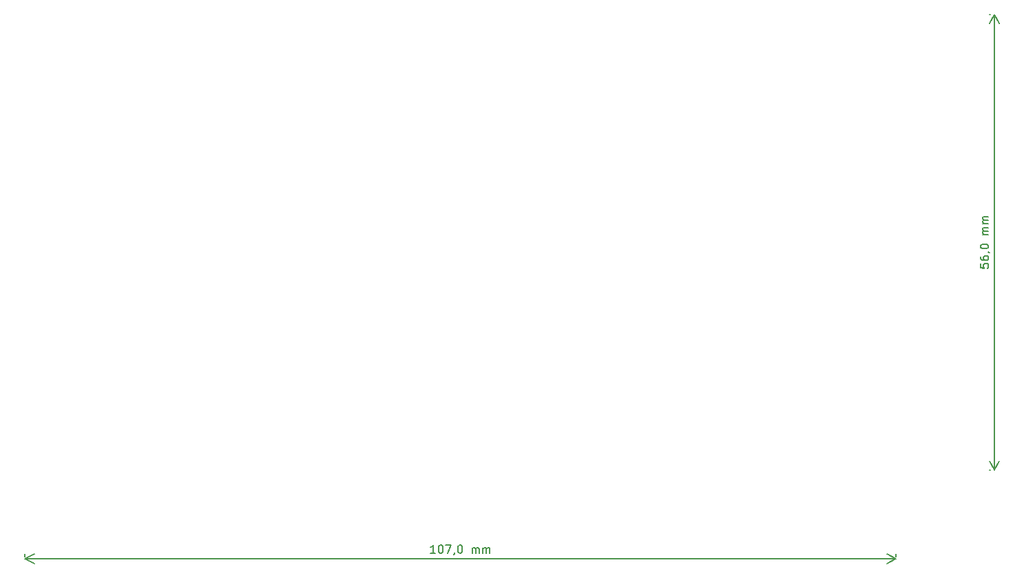
<source format=gbr>
%TF.GenerationSoftware,KiCad,Pcbnew,(6.0.7)*%
%TF.CreationDate,2022-10-25T14:44:23+02:00*%
%TF.ProjectId,Affichage_Temp_Humidite,41666669-6368-4616-9765-5f54656d705f,rev?*%
%TF.SameCoordinates,PX4692680PY2625a00*%
%TF.FileFunction,Other,ECO1*%
%FSLAX46Y46*%
G04 Gerber Fmt 4.6, Leading zero omitted, Abs format (unit mm)*
G04 Created by KiCad (PCBNEW (6.0.7)) date 2022-10-25 14:44:23*
%MOMM*%
%LPD*%
G01*
G04 APERTURE LIST*
%ADD10C,0.150000*%
G04 APERTURE END LIST*
D10*
X50424761Y-66142380D02*
X49853333Y-66142380D01*
X50139047Y-66142380D02*
X50139047Y-65142380D01*
X50043809Y-65285238D01*
X49948571Y-65380476D01*
X49853333Y-65428095D01*
X51043809Y-65142380D02*
X51139047Y-65142380D01*
X51234285Y-65190000D01*
X51281904Y-65237619D01*
X51329523Y-65332857D01*
X51377142Y-65523333D01*
X51377142Y-65761428D01*
X51329523Y-65951904D01*
X51281904Y-66047142D01*
X51234285Y-66094761D01*
X51139047Y-66142380D01*
X51043809Y-66142380D01*
X50948571Y-66094761D01*
X50900952Y-66047142D01*
X50853333Y-65951904D01*
X50805714Y-65761428D01*
X50805714Y-65523333D01*
X50853333Y-65332857D01*
X50900952Y-65237619D01*
X50948571Y-65190000D01*
X51043809Y-65142380D01*
X51710476Y-65142380D02*
X52377142Y-65142380D01*
X51948571Y-66142380D01*
X52805714Y-66094761D02*
X52805714Y-66142380D01*
X52758095Y-66237619D01*
X52710476Y-66285238D01*
X53424761Y-65142380D02*
X53520000Y-65142380D01*
X53615238Y-65190000D01*
X53662857Y-65237619D01*
X53710476Y-65332857D01*
X53758095Y-65523333D01*
X53758095Y-65761428D01*
X53710476Y-65951904D01*
X53662857Y-66047142D01*
X53615238Y-66094761D01*
X53520000Y-66142380D01*
X53424761Y-66142380D01*
X53329523Y-66094761D01*
X53281904Y-66047142D01*
X53234285Y-65951904D01*
X53186666Y-65761428D01*
X53186666Y-65523333D01*
X53234285Y-65332857D01*
X53281904Y-65237619D01*
X53329523Y-65190000D01*
X53424761Y-65142380D01*
X54948571Y-66142380D02*
X54948571Y-65475714D01*
X54948571Y-65570952D02*
X54996190Y-65523333D01*
X55091428Y-65475714D01*
X55234285Y-65475714D01*
X55329523Y-65523333D01*
X55377142Y-65618571D01*
X55377142Y-66142380D01*
X55377142Y-65618571D02*
X55424761Y-65523333D01*
X55520000Y-65475714D01*
X55662857Y-65475714D01*
X55758095Y-65523333D01*
X55805714Y-65618571D01*
X55805714Y-66142380D01*
X56281904Y-66142380D02*
X56281904Y-65475714D01*
X56281904Y-65570952D02*
X56329523Y-65523333D01*
X56424761Y-65475714D01*
X56567619Y-65475714D01*
X56662857Y-65523333D01*
X56710476Y-65618571D01*
X56710476Y-66142380D01*
X56710476Y-65618571D02*
X56758095Y-65523333D01*
X56853333Y-65475714D01*
X56996190Y-65475714D01*
X57091428Y-65523333D01*
X57139047Y-65618571D01*
X57139047Y-66142380D01*
X-20000Y-66580000D02*
X-20000Y-66253580D01*
X107060000Y-66580000D02*
X107060000Y-66253580D01*
X-20000Y-66840000D02*
X107060000Y-66840000D01*
X-20000Y-66840000D02*
X107060000Y-66840000D01*
X-20000Y-66840000D02*
X1106504Y-67426421D01*
X-20000Y-66840000D02*
X1106504Y-66253579D01*
X107060000Y-66840000D02*
X105933496Y-66253579D01*
X107060000Y-66840000D02*
X105933496Y-67426421D01*
X117432380Y-30536666D02*
X117432380Y-31012857D01*
X117908571Y-31060476D01*
X117860952Y-31012857D01*
X117813333Y-30917619D01*
X117813333Y-30679523D01*
X117860952Y-30584285D01*
X117908571Y-30536666D01*
X118003809Y-30489047D01*
X118241904Y-30489047D01*
X118337142Y-30536666D01*
X118384761Y-30584285D01*
X118432380Y-30679523D01*
X118432380Y-30917619D01*
X118384761Y-31012857D01*
X118337142Y-31060476D01*
X117432380Y-29631904D02*
X117432380Y-29822380D01*
X117480000Y-29917619D01*
X117527619Y-29965238D01*
X117670476Y-30060476D01*
X117860952Y-30108095D01*
X118241904Y-30108095D01*
X118337142Y-30060476D01*
X118384761Y-30012857D01*
X118432380Y-29917619D01*
X118432380Y-29727142D01*
X118384761Y-29631904D01*
X118337142Y-29584285D01*
X118241904Y-29536666D01*
X118003809Y-29536666D01*
X117908571Y-29584285D01*
X117860952Y-29631904D01*
X117813333Y-29727142D01*
X117813333Y-29917619D01*
X117860952Y-30012857D01*
X117908571Y-30060476D01*
X118003809Y-30108095D01*
X118384761Y-29060476D02*
X118432380Y-29060476D01*
X118527619Y-29108095D01*
X118575238Y-29155714D01*
X117432380Y-28441428D02*
X117432380Y-28346190D01*
X117480000Y-28250952D01*
X117527619Y-28203333D01*
X117622857Y-28155714D01*
X117813333Y-28108095D01*
X118051428Y-28108095D01*
X118241904Y-28155714D01*
X118337142Y-28203333D01*
X118384761Y-28250952D01*
X118432380Y-28346190D01*
X118432380Y-28441428D01*
X118384761Y-28536666D01*
X118337142Y-28584285D01*
X118241904Y-28631904D01*
X118051428Y-28679523D01*
X117813333Y-28679523D01*
X117622857Y-28631904D01*
X117527619Y-28584285D01*
X117480000Y-28536666D01*
X117432380Y-28441428D01*
X118432380Y-26917619D02*
X117765714Y-26917619D01*
X117860952Y-26917619D02*
X117813333Y-26870000D01*
X117765714Y-26774761D01*
X117765714Y-26631904D01*
X117813333Y-26536666D01*
X117908571Y-26489047D01*
X118432380Y-26489047D01*
X117908571Y-26489047D02*
X117813333Y-26441428D01*
X117765714Y-26346190D01*
X117765714Y-26203333D01*
X117813333Y-26108095D01*
X117908571Y-26060476D01*
X118432380Y-26060476D01*
X118432380Y-25584285D02*
X117765714Y-25584285D01*
X117860952Y-25584285D02*
X117813333Y-25536666D01*
X117765714Y-25441428D01*
X117765714Y-25298571D01*
X117813333Y-25203333D01*
X117908571Y-25155714D01*
X118432380Y-25155714D01*
X117908571Y-25155714D02*
X117813333Y-25108095D01*
X117765714Y-25012857D01*
X117765714Y-24870000D01*
X117813333Y-24774761D01*
X117908571Y-24727142D01*
X118432380Y-24727142D01*
X118630000Y-55920000D02*
X118543580Y-55920000D01*
X118630000Y180000D02*
X118543580Y180000D01*
X119130000Y-55920000D02*
X119130000Y180000D01*
X119130000Y-55920000D02*
X119130000Y180000D01*
X119130000Y-55920000D02*
X119716421Y-54793496D01*
X119130000Y-55920000D02*
X118543579Y-54793496D01*
X119130000Y180000D02*
X118543579Y-946504D01*
X119130000Y180000D02*
X119716421Y-946504D01*
M02*

</source>
